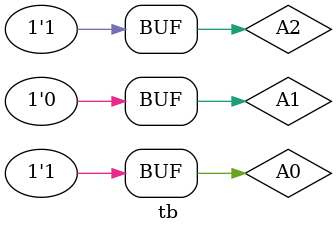
<source format=v>

module not_gatelevel(output wire F,  input wire A);
    not(F, A);
endmodule

//data_flow model
module not_data_flow(output wire F,  input wire A);
    assign F = ~A;
endmodule

// Behavioural Model of the AND gate.
module not_behave(output reg F,  input wire A);
    always @ (A ) begin
        if (A == 1'b0)
        begin
            F = 1'b1;
        end
        else
        begin
            F = 1'b0;
        end
    end
endmodule  

module tb;
    reg A0,A1,A2;
    wire F0,F1,F2;

    not_gatelevel instance0(F0, A0);
    not_data_flow instance1(F1, A1);
    not_behave instance2(F2, A2);

    initial begin
        A0 = 0;A1=1;A2=0;
        #1  A0 = 1;A1=0;A2=1;
        #1;
    end

    initial begin
        $display("NOT  gate circuit");
        $monitor("%t A0=%d,F0=%d , A1=%d,F1=%d, A2=%d,F2=%d" ,$time, A0,F0,A1,F1,A2,F2);
        $dumpfile("dump.vcd");
        $dumpvars();
    end
endmodule
</source>
